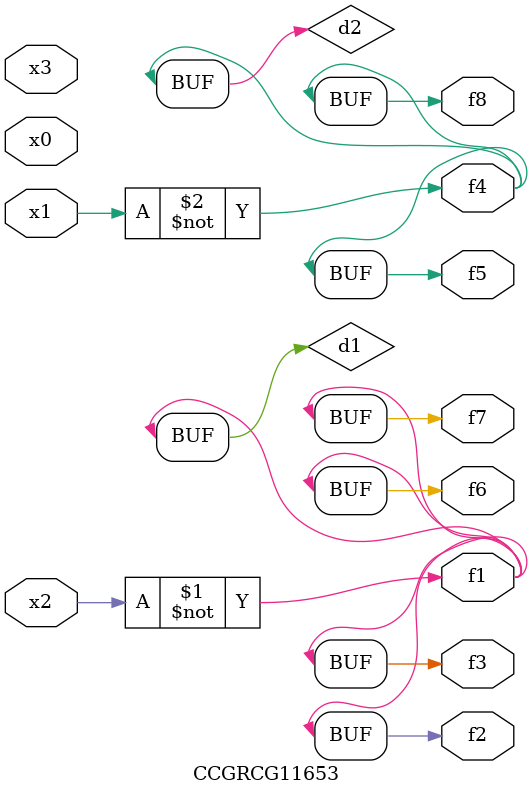
<source format=v>
module CCGRCG11653(
	input x0, x1, x2, x3,
	output f1, f2, f3, f4, f5, f6, f7, f8
);

	wire d1, d2;

	xnor (d1, x2);
	not (d2, x1);
	assign f1 = d1;
	assign f2 = d1;
	assign f3 = d1;
	assign f4 = d2;
	assign f5 = d2;
	assign f6 = d1;
	assign f7 = d1;
	assign f8 = d2;
endmodule

</source>
